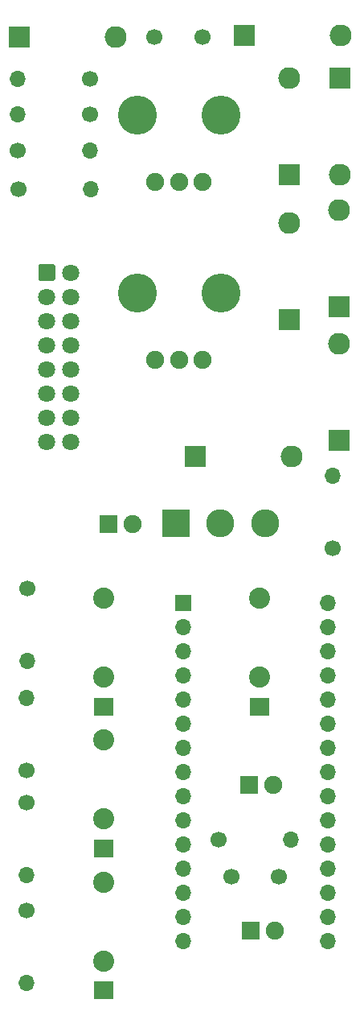
<source format=gbr>
%TF.GenerationSoftware,KiCad,Pcbnew,(5.1.6)-1*%
%TF.CreationDate,2021-03-18T12:54:03+09:00*%
%TF.ProjectId,MultiClockDiv,4d756c74-6943-46c6-9f63-6b4469762e6b,rev?*%
%TF.SameCoordinates,Original*%
%TF.FileFunction,Soldermask,Bot*%
%TF.FilePolarity,Negative*%
%FSLAX46Y46*%
G04 Gerber Fmt 4.6, Leading zero omitted, Abs format (unit mm)*
G04 Created by KiCad (PCBNEW (5.1.6)-1) date 2021-03-18 12:54:03*
%MOMM*%
%LPD*%
G01*
G04 APERTURE LIST*
%ADD10O,2.300000X2.300000*%
%ADD11R,2.300000X2.300000*%
%ADD12O,1.700000X1.700000*%
%ADD13R,1.700000X1.700000*%
%ADD14C,2.950000*%
%ADD15R,2.950000X2.950000*%
%ADD16C,4.100000*%
%ADD17C,1.900000*%
%ADD18C,1.700000*%
%ADD19C,1.800000*%
%ADD20C,2.230000*%
%ADD21R,2.030000X1.930000*%
%ADD22R,1.900000X1.900000*%
G04 APERTURE END LIST*
D10*
%TO.C,D3*%
X197612000Y-82677000D03*
D11*
X197612000Y-92837000D03*
%TD*%
D12*
%TO.C,A1*%
X196406000Y-145478000D03*
X181166000Y-145478000D03*
X196406000Y-109918000D03*
X181166000Y-142938000D03*
X196406000Y-112458000D03*
X181166000Y-140398000D03*
X196406000Y-114998000D03*
X181166000Y-137858000D03*
X196406000Y-117538000D03*
X181166000Y-135318000D03*
X196406000Y-120078000D03*
X181166000Y-132778000D03*
X196406000Y-122618000D03*
X181166000Y-130238000D03*
X196406000Y-125158000D03*
X181166000Y-127698000D03*
X196406000Y-127698000D03*
X181166000Y-125158000D03*
X196406000Y-130238000D03*
X181166000Y-122618000D03*
X196406000Y-132778000D03*
X181166000Y-120078000D03*
X196406000Y-135318000D03*
X181166000Y-117538000D03*
X196406000Y-137858000D03*
X181166000Y-114998000D03*
X196406000Y-140398000D03*
X181166000Y-112458000D03*
X196406000Y-142938000D03*
D13*
X181166000Y-109918000D03*
%TD*%
D10*
%TO.C,D5*%
X197676000Y-64897000D03*
D11*
X197676000Y-54737000D03*
%TD*%
D10*
%TO.C,D2*%
X197802000Y-50228500D03*
D11*
X187642000Y-50228500D03*
%TD*%
D14*
%TO.C,SW1*%
X189812000Y-101516000D03*
X185112000Y-101516000D03*
D15*
X180412000Y-101516000D03*
%TD*%
D16*
%TO.C,RV2*%
X176344000Y-58659000D03*
X185144000Y-58659000D03*
D17*
X178244000Y-65659000D03*
X180744000Y-65659000D03*
X183244000Y-65659000D03*
%TD*%
D16*
%TO.C,RV1*%
X176344000Y-77328000D03*
X185144000Y-77328000D03*
D17*
X178244000Y-84328000D03*
X180744000Y-84328000D03*
X183244000Y-84328000D03*
%TD*%
D12*
%TO.C,R10*%
X171440000Y-66450000D03*
D18*
X163820000Y-66450000D03*
%TD*%
D12*
%TO.C,R9*%
X164656000Y-138557000D03*
D18*
X164656000Y-130937000D03*
%TD*%
D12*
%TO.C,R8*%
X163766000Y-54800500D03*
D18*
X171386000Y-54800500D03*
%TD*%
D12*
%TO.C,R7*%
X164719000Y-119888000D03*
D18*
X164719000Y-127508000D03*
%TD*%
D12*
%TO.C,R6*%
X192532000Y-134810000D03*
D18*
X184912000Y-134810000D03*
%TD*%
D12*
%TO.C,R5*%
X164782000Y-116014000D03*
D18*
X164782000Y-108394000D03*
%TD*%
D12*
%TO.C,R4*%
X163790000Y-58580000D03*
D18*
X171410000Y-58580000D03*
%TD*%
D12*
%TO.C,R3*%
X164719000Y-149860000D03*
D18*
X164719000Y-142240000D03*
%TD*%
D12*
%TO.C,R2*%
X171410000Y-62370000D03*
D18*
X163790000Y-62370000D03*
%TD*%
D12*
%TO.C,R1*%
X196977000Y-96520000D03*
D18*
X196977000Y-104140000D03*
%TD*%
D19*
%TO.C,J5*%
X169380000Y-92960000D03*
X169380000Y-90420000D03*
X169380000Y-87880000D03*
X169380000Y-85340000D03*
X169380000Y-82800000D03*
X169380000Y-80260000D03*
X169380000Y-77720000D03*
X169380000Y-75180000D03*
X166840000Y-92960000D03*
X166840000Y-90420000D03*
X166840000Y-87880000D03*
X166840000Y-85340000D03*
X166840000Y-82800000D03*
X166840000Y-80260000D03*
X166840000Y-77720000D03*
G36*
G01*
X165940000Y-75815294D02*
X165940000Y-74544706D01*
G75*
G02*
X166204706Y-74280000I264706J0D01*
G01*
X167475294Y-74280000D01*
G75*
G02*
X167740000Y-74544706I0J-264706D01*
G01*
X167740000Y-75815294D01*
G75*
G02*
X167475294Y-76080000I-264706J0D01*
G01*
X166204706Y-76080000D01*
G75*
G02*
X165940000Y-75815294I0J264706D01*
G01*
G37*
%TD*%
D20*
%TO.C,J4*%
X189230000Y-109440000D03*
D21*
X189230000Y-120840000D03*
D20*
X189230000Y-117740000D03*
%TD*%
%TO.C,J3*%
X172784000Y-109440000D03*
D21*
X172784000Y-120840000D03*
D20*
X172784000Y-117740000D03*
%TD*%
%TO.C,J2*%
X172784000Y-139286000D03*
D21*
X172784000Y-150686000D03*
D20*
X172784000Y-147586000D03*
%TD*%
%TO.C,J1*%
X172784000Y-124363000D03*
D21*
X172784000Y-135763000D03*
D20*
X172784000Y-132663000D03*
%TD*%
D10*
%TO.C,D11*%
X174117000Y-50419000D03*
D11*
X163957000Y-50419000D03*
%TD*%
D10*
%TO.C,D10*%
X192405000Y-69977000D03*
D11*
X192405000Y-80137000D03*
%TD*%
D10*
%TO.C,D9*%
X192600000Y-94560000D03*
D11*
X182440000Y-94560000D03*
%TD*%
D10*
%TO.C,D8*%
X197612000Y-68643500D03*
D11*
X197612000Y-78803500D03*
%TD*%
D17*
%TO.C,D7*%
X175904000Y-101644000D03*
D22*
X173364000Y-101644000D03*
%TD*%
D10*
%TO.C,D6*%
X192405000Y-54737000D03*
D11*
X192405000Y-64897000D03*
%TD*%
D17*
%TO.C,D4*%
X190818000Y-144399000D03*
D22*
X188278000Y-144399000D03*
%TD*%
D17*
%TO.C,D1*%
X190690000Y-129096000D03*
D22*
X188150000Y-129096000D03*
%TD*%
D18*
%TO.C,C2*%
X191246000Y-138748000D03*
X186246000Y-138748000D03*
%TD*%
%TO.C,C1*%
X178198000Y-50419000D03*
X183198000Y-50419000D03*
%TD*%
M02*

</source>
